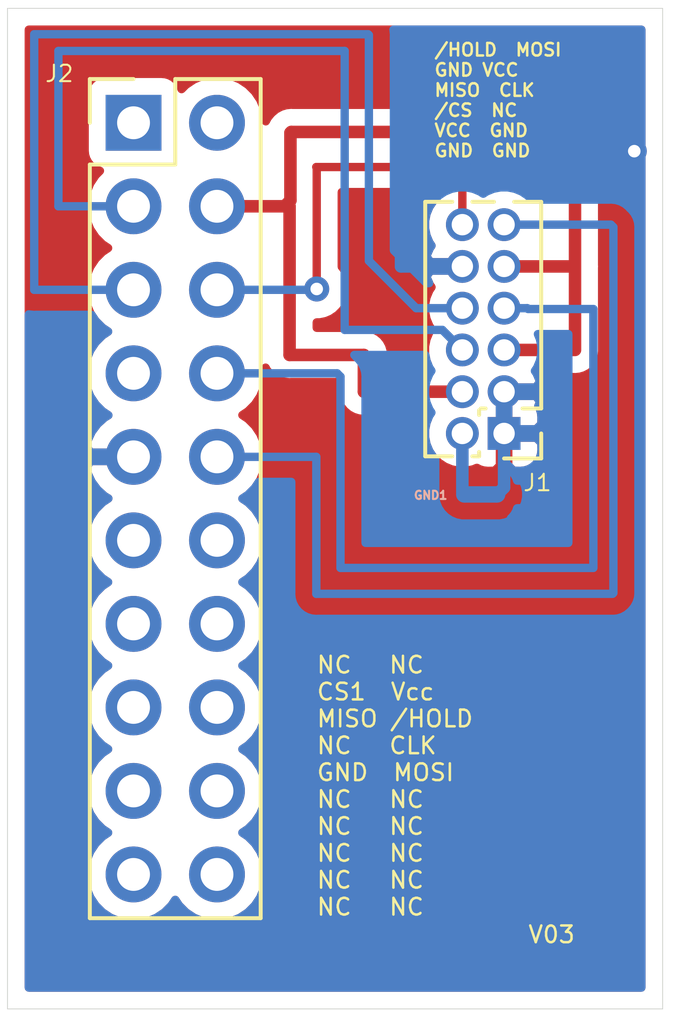
<source format=kicad_pcb>
(kicad_pcb (version 20171130) (host pcbnew 5.1.5+dfsg1-2build2)

  (general
    (thickness 1.6)
    (drawings 7)
    (tracks 59)
    (zones 0)
    (modules 3)
    (nets 22)
  )

  (page A4)
  (title_block
    (title Dediprog_2_UP)
    (date 2020-08-23)
    (rev v01)
    (comment 2 creativecommons.org/licenses/by/4.0)
    (comment 3 "License: CC BY 4.0")
    (comment 4 "Author: David Hendricks")
  )

  (layers
    (0 F.Cu signal)
    (31 B.Cu signal)
    (32 B.Adhes user)
    (33 F.Adhes user)
    (34 B.Paste user)
    (35 F.Paste user)
    (36 B.SilkS user)
    (37 F.SilkS user)
    (38 B.Mask user)
    (39 F.Mask user)
    (40 Dwgs.User user)
    (41 Cmts.User user)
    (42 Eco1.User user)
    (43 Eco2.User user)
    (44 Edge.Cuts user)
    (45 Margin user)
    (46 B.CrtYd user)
    (47 F.CrtYd user)
    (48 B.Fab user)
    (49 F.Fab user)
  )

  (setup
    (last_trace_width 0.254)
    (user_trace_width 0.1524)
    (user_trace_width 0.381)
    (trace_clearance 0.254)
    (zone_clearance 0.508)
    (zone_45_only no)
    (trace_min 0.1524)
    (via_size 0.762)
    (via_drill 0.381)
    (via_min_size 0.508)
    (via_min_drill 0.254)
    (uvia_size 0.508)
    (uvia_drill 0.254)
    (uvias_allowed no)
    (uvia_min_size 0.508)
    (uvia_min_drill 0.254)
    (edge_width 0.05)
    (segment_width 0.2)
    (pcb_text_width 0.3)
    (pcb_text_size 1.5 1.5)
    (mod_edge_width 0.12)
    (mod_text_size 1 1)
    (mod_text_width 0.15)
    (pad_size 1.524 1.524)
    (pad_drill 0.762)
    (pad_to_mask_clearance 0.0508)
    (solder_mask_min_width 0.1016)
    (aux_axis_origin 0 0)
    (visible_elements FFFFFF7F)
    (pcbplotparams
      (layerselection 0x010fc_ffffffff)
      (usegerberextensions true)
      (usegerberattributes false)
      (usegerberadvancedattributes false)
      (creategerberjobfile false)
      (excludeedgelayer true)
      (linewidth 0.100000)
      (plotframeref false)
      (viasonmask false)
      (mode 1)
      (useauxorigin false)
      (hpglpennumber 1)
      (hpglpenspeed 20)
      (hpglpendiameter 15.000000)
      (psnegative false)
      (psa4output false)
      (plotreference true)
      (plotvalue false)
      (plotinvisibletext false)
      (padsonsilk false)
      (subtractmaskfromsilk false)
      (outputformat 1)
      (mirror false)
      (drillshape 0)
      (scaleselection 1)
      (outputdirectory "/home/sc/src/up_dediprog_adapter/dediprog2up_v2/gerbers/"))
  )

  (net 0 "")
  (net 1 GND)
  (net 2 /CLK)
  (net 3 /MISO)
  (net 4 /MOSI)
  (net 5 "Net-(GND1-Pad1)")
  (net 6 "Net-(J2-Pad1)")
  (net 7 "Net-(J2-Pad2)")
  (net 8 "Net-(J2-Pad11)")
  (net 9 "Net-(J2-Pad12)")
  (net 10 "Net-(J2-Pad13)")
  (net 11 "Net-(J2-Pad14)")
  (net 12 "Net-(J2-Pad15)")
  (net 13 "Net-(J2-Pad16)")
  (net 14 "Net-(J2-Pad17)")
  (net 15 "Net-(J2-Pad18)")
  (net 16 "Net-(J2-Pad19)")
  (net 17 "Net-(J2-Pad20)")
  (net 18 /VCC)
  (net 19 /#HOLD)
  (net 20 "Net-(J2-Pad7)")
  (net 21 /CS#)

  (net_class Default "This is the default net class."
    (clearance 0.254)
    (trace_width 0.254)
    (via_dia 0.762)
    (via_drill 0.381)
    (uvia_dia 0.508)
    (uvia_drill 0.254)
    (add_net /#HOLD)
    (add_net /CLK)
    (add_net /CS#)
    (add_net /MISO)
    (add_net /MOSI)
    (add_net /VCC)
    (add_net GND)
    (add_net "Net-(GND1-Pad1)")
    (add_net "Net-(J2-Pad1)")
    (add_net "Net-(J2-Pad11)")
    (add_net "Net-(J2-Pad12)")
    (add_net "Net-(J2-Pad13)")
    (add_net "Net-(J2-Pad14)")
    (add_net "Net-(J2-Pad15)")
    (add_net "Net-(J2-Pad16)")
    (add_net "Net-(J2-Pad17)")
    (add_net "Net-(J2-Pad18)")
    (add_net "Net-(J2-Pad19)")
    (add_net "Net-(J2-Pad2)")
    (add_net "Net-(J2-Pad20)")
    (add_net "Net-(J2-Pad7)")
  )

  (net_class Narrow ""
    (clearance 0.254)
    (trace_width 0.1524)
    (via_dia 0.762)
    (via_drill 0.381)
    (uvia_dia 0.508)
    (uvia_drill 0.254)
  )

  (module Connector_PinHeader_2.54mm:PinHeader_2x10_P2.54mm_Vertical (layer F.Cu) (tedit 59FED5CC) (tstamp 5F42DEE0)
    (at 134.62 88.5444)
    (descr "Through hole straight pin header, 2x10, 2.54mm pitch, double rows")
    (tags "Through hole pin header THT 2x10 2.54mm double row")
    (path /5F3E2349)
    (fp_text reference J2 (at -2.256801 -1.494801) (layer F.SilkS)
      (effects (font (size 0.5 0.5) (thickness 0.0625)))
    )
    (fp_text value Conn_02x10_Odd_Even (at 1.27 25.19) (layer F.Fab)
      (effects (font (size 0.5 0.5) (thickness 0.05)))
    )
    (fp_line (start 0 -1.27) (end 3.81 -1.27) (layer F.Fab) (width 0.1))
    (fp_line (start 3.81 -1.27) (end 3.81 24.13) (layer F.Fab) (width 0.1))
    (fp_line (start 3.81 24.13) (end -1.27 24.13) (layer F.Fab) (width 0.1))
    (fp_line (start -1.27 24.13) (end -1.27 0) (layer F.Fab) (width 0.1))
    (fp_line (start -1.27 0) (end 0 -1.27) (layer F.Fab) (width 0.1))
    (fp_line (start -1.33 24.19) (end 3.87 24.19) (layer F.SilkS) (width 0.12))
    (fp_line (start -1.33 1.27) (end -1.33 24.19) (layer F.SilkS) (width 0.12))
    (fp_line (start 3.87 -1.33) (end 3.87 24.19) (layer F.SilkS) (width 0.12))
    (fp_line (start -1.33 1.27) (end 1.27 1.27) (layer F.SilkS) (width 0.12))
    (fp_line (start 1.27 1.27) (end 1.27 -1.33) (layer F.SilkS) (width 0.12))
    (fp_line (start 1.27 -1.33) (end 3.87 -1.33) (layer F.SilkS) (width 0.12))
    (fp_line (start -1.33 0) (end -1.33 -1.33) (layer F.SilkS) (width 0.12))
    (fp_line (start -1.33 -1.33) (end 0 -1.33) (layer F.SilkS) (width 0.12))
    (fp_line (start -1.8 -1.8) (end -1.8 24.65) (layer F.CrtYd) (width 0.05))
    (fp_line (start -1.8 24.65) (end 4.35 24.65) (layer F.CrtYd) (width 0.05))
    (fp_line (start 4.35 24.65) (end 4.35 -1.8) (layer F.CrtYd) (width 0.05))
    (fp_line (start 4.35 -1.8) (end -1.8 -1.8) (layer F.CrtYd) (width 0.05))
    (pad 1 thru_hole rect (at 0 0) (size 1.7 1.7) (drill 1) (layers *.Cu *.Mask)
      (net 6 "Net-(J2-Pad1)"))
    (pad 2 thru_hole oval (at 2.54 0) (size 1.7 1.7) (drill 1) (layers *.Cu *.Mask)
      (net 7 "Net-(J2-Pad2)"))
    (pad 3 thru_hole oval (at 0 2.54) (size 1.7 1.7) (drill 1) (layers *.Cu *.Mask)
      (net 21 /CS#))
    (pad 4 thru_hole oval (at 2.54 2.54) (size 1.7 1.7) (drill 1) (layers *.Cu *.Mask)
      (net 18 /VCC))
    (pad 5 thru_hole oval (at 0 5.08) (size 1.7 1.7) (drill 1) (layers *.Cu *.Mask)
      (net 3 /MISO))
    (pad 6 thru_hole oval (at 2.54 5.08) (size 1.7 1.7) (drill 1) (layers *.Cu *.Mask)
      (net 19 /#HOLD))
    (pad 7 thru_hole oval (at 0 7.62) (size 1.7 1.7) (drill 1) (layers *.Cu *.Mask)
      (net 20 "Net-(J2-Pad7)"))
    (pad 8 thru_hole oval (at 2.54 7.62) (size 1.7 1.7) (drill 1) (layers *.Cu *.Mask)
      (net 2 /CLK))
    (pad 9 thru_hole oval (at 0 10.16) (size 1.7 1.7) (drill 1) (layers *.Cu *.Mask)
      (net 1 GND))
    (pad 10 thru_hole oval (at 2.54 10.16) (size 1.7 1.7) (drill 1) (layers *.Cu *.Mask)
      (net 4 /MOSI))
    (pad 11 thru_hole oval (at 0 12.7) (size 1.7 1.7) (drill 1) (layers *.Cu *.Mask)
      (net 8 "Net-(J2-Pad11)"))
    (pad 12 thru_hole oval (at 2.54 12.7) (size 1.7 1.7) (drill 1) (layers *.Cu *.Mask)
      (net 9 "Net-(J2-Pad12)"))
    (pad 13 thru_hole oval (at 0 15.24) (size 1.7 1.7) (drill 1) (layers *.Cu *.Mask)
      (net 10 "Net-(J2-Pad13)"))
    (pad 14 thru_hole oval (at 2.54 15.24) (size 1.7 1.7) (drill 1) (layers *.Cu *.Mask)
      (net 11 "Net-(J2-Pad14)"))
    (pad 15 thru_hole oval (at 0 17.78) (size 1.7 1.7) (drill 1) (layers *.Cu *.Mask)
      (net 12 "Net-(J2-Pad15)"))
    (pad 16 thru_hole oval (at 2.54 17.78) (size 1.7 1.7) (drill 1) (layers *.Cu *.Mask)
      (net 13 "Net-(J2-Pad16)"))
    (pad 17 thru_hole oval (at 0 20.32) (size 1.7 1.7) (drill 1) (layers *.Cu *.Mask)
      (net 14 "Net-(J2-Pad17)"))
    (pad 18 thru_hole oval (at 2.54 20.32) (size 1.7 1.7) (drill 1) (layers *.Cu *.Mask)
      (net 15 "Net-(J2-Pad18)"))
    (pad 19 thru_hole oval (at 0 22.86) (size 1.7 1.7) (drill 1) (layers *.Cu *.Mask)
      (net 16 "Net-(J2-Pad19)"))
    (pad 20 thru_hole oval (at 2.54 22.86) (size 1.7 1.7) (drill 1) (layers *.Cu *.Mask)
      (net 17 "Net-(J2-Pad20)"))
    (model ${KISYS3DMOD}/Connector_PinHeader_2.54mm.3dshapes/PinHeader_2x10_P2.54mm_Vertical.wrl
      (at (xyz 0 0 0))
      (scale (xyz 1 1 1))
      (rotate (xyz 0 0 0))
    )
  )

  (module Connector_PinHeader_1.27mm:PinHeader_2x06_P1.27mm_Vertical (layer F.Cu) (tedit 59FED6E3) (tstamp 5F42DEB6)
    (at 145.8976 97.9932 180)
    (descr "Through hole straight pin header, 2x06, 1.27mm pitch, double rows")
    (tags "Through hole pin header THT 2x06 1.27mm double row")
    (path /5F3E16BB)
    (fp_text reference J1 (at -1.016 -1.4986) (layer F.SilkS)
      (effects (font (size 0.5 0.5) (thickness 0.0625)))
    )
    (fp_text value Conn_02x6_Odd_Even (at 0.635 8.045) (layer F.Fab)
      (effects (font (size 0.25 0.25) (thickness 0.05)))
    )
    (fp_line (start -0.2175 -0.635) (end 2.34 -0.635) (layer F.Fab) (width 0.1))
    (fp_line (start 2.34 -0.635) (end 2.34 6.985) (layer F.Fab) (width 0.1))
    (fp_line (start 2.34 6.985) (end -1.07 6.985) (layer F.Fab) (width 0.1))
    (fp_line (start -1.07 6.985) (end -1.07 0.2175) (layer F.Fab) (width 0.1))
    (fp_line (start -1.07 0.2175) (end -0.2175 -0.635) (layer F.Fab) (width 0.1))
    (fp_line (start -1.13 7.045) (end -0.30753 7.045) (layer F.SilkS) (width 0.12))
    (fp_line (start 1.57753 7.045) (end 2.4 7.045) (layer F.SilkS) (width 0.12))
    (fp_line (start 0.30753 7.045) (end 0.96247 7.045) (layer F.SilkS) (width 0.12))
    (fp_line (start -1.13 0.76) (end -1.13 7.045) (layer F.SilkS) (width 0.12))
    (fp_line (start 2.4 -0.695) (end 2.4 7.045) (layer F.SilkS) (width 0.12))
    (fp_line (start -1.13 0.76) (end -0.563471 0.76) (layer F.SilkS) (width 0.12))
    (fp_line (start 0.563471 0.76) (end 0.706529 0.76) (layer F.SilkS) (width 0.12))
    (fp_line (start 0.76 0.706529) (end 0.76 0.563471) (layer F.SilkS) (width 0.12))
    (fp_line (start 0.76 -0.563471) (end 0.76 -0.695) (layer F.SilkS) (width 0.12))
    (fp_line (start 0.76 -0.695) (end 0.96247 -0.695) (layer F.SilkS) (width 0.12))
    (fp_line (start 1.57753 -0.695) (end 2.4 -0.695) (layer F.SilkS) (width 0.12))
    (fp_line (start -1.13 0) (end -1.13 -0.76) (layer F.SilkS) (width 0.12))
    (fp_line (start -1.13 -0.76) (end 0 -0.76) (layer F.SilkS) (width 0.12))
    (fp_line (start -1.6 -1.15) (end -1.6 7.5) (layer F.CrtYd) (width 0.05))
    (fp_line (start -1.6 7.5) (end 2.85 7.5) (layer F.CrtYd) (width 0.05))
    (fp_line (start 2.85 7.5) (end 2.85 -1.15) (layer F.CrtYd) (width 0.05))
    (fp_line (start 2.85 -1.15) (end -1.6 -1.15) (layer F.CrtYd) (width 0.05))
    (fp_text user %R (at 0.635 3.175 90) (layer F.Fab)
      (effects (font (size 1 1) (thickness 0.15)))
    )
    (pad 1 thru_hole rect (at 0 0 180) (size 1 1) (drill 0.65) (layers *.Cu *.Mask)
      (net 1 GND))
    (pad 2 thru_hole oval (at 1.27 0 180) (size 1 1) (drill 0.65) (layers *.Cu *.Mask)
      (net 5 "Net-(GND1-Pad1)"))
    (pad 3 thru_hole oval (at 0 1.27 180) (size 1 1) (drill 0.65) (layers *.Cu *.Mask)
      (net 1 GND))
    (pad 4 thru_hole oval (at 1.27 1.27 180) (size 1 1) (drill 0.65) (layers *.Cu *.Mask)
      (net 18 /VCC))
    (pad 5 thru_hole oval (at 0 2.54 180) (size 1 1) (drill 0.65) (layers *.Cu *.Mask)
      (net 18 /VCC))
    (pad 6 thru_hole oval (at 1.27 2.54 180) (size 1 1) (drill 0.65) (layers *.Cu *.Mask)
      (net 21 /CS#))
    (pad 7 thru_hole oval (at 0 3.81 180) (size 1 1) (drill 0.65) (layers *.Cu *.Mask)
      (net 2 /CLK))
    (pad 8 thru_hole oval (at 1.27 3.81 180) (size 1 1) (drill 0.65) (layers *.Cu *.Mask)
      (net 3 /MISO))
    (pad 9 thru_hole oval (at 0 5.08 180) (size 1 1) (drill 0.65) (layers *.Cu *.Mask)
      (net 18 /VCC))
    (pad 10 thru_hole oval (at 1.27 5.08 180) (size 1 1) (drill 0.65) (layers *.Cu *.Mask)
      (net 1 GND))
    (pad 11 thru_hole oval (at 0 6.35 180) (size 1 1) (drill 0.65) (layers *.Cu *.Mask)
      (net 4 /MOSI))
    (pad 12 thru_hole oval (at 1.27 6.35 180) (size 1 1) (drill 0.65) (layers *.Cu *.Mask)
      (net 19 /#HOLD))
    (model ${KISYS3DMOD}/Connector_PinHeader_1.27mm.3dshapes/PinHeader_2x06_P1.27mm_Vertical.wrl
      (at (xyz 0 0 0))
      (scale (xyz 1 1 1))
      (rotate (xyz 0 0 0))
    )
  )

  (module NetTie:NetTie-2_SMD_Pad0.5mm (layer B.Cu) (tedit 5A1CF6D3) (tstamp 5F4C7A26)
    (at 145.1864 99.8474)
    (descr "Net tie, 2 pin, 0.5mm square SMD pads")
    (tags "net tie")
    (path /5F50BA9D)
    (attr virtual)
    (fp_text reference GND1 (at -1.524 0.0254) (layer B.SilkS)
      (effects (font (size 0.25 0.25) (thickness 0.0625)))
    )
    (fp_text value Net-Tie_2 (at 0.0254 0.762) (layer B.Fab)
      (effects (font (size 0.25 0.25) (thickness 0.05)) (justify mirror))
    )
    (fp_poly (pts (xy -0.5 0.25) (xy 0.5 0.25) (xy 0.5 -0.25) (xy -0.5 -0.25)) (layer B.Cu) (width 0))
    (fp_line (start 1 0.5) (end -1 0.5) (layer B.CrtYd) (width 0.05))
    (fp_line (start 1 -0.5) (end 1 0.5) (layer B.CrtYd) (width 0.05))
    (fp_line (start -1 -0.5) (end 1 -0.5) (layer B.CrtYd) (width 0.05))
    (fp_line (start -1 0.5) (end -1 -0.5) (layer B.CrtYd) (width 0.05))
    (pad 1 smd circle (at -0.5 0) (size 0.5 0.5) (layers B.Cu)
      (net 5 "Net-(GND1-Pad1)"))
    (pad 2 smd circle (at 0.5 0) (size 0.5 0.5) (layers B.Cu)
      (net 1 GND))
  )

  (gr_text V03 (at 147.3454 113.2332) (layer F.SilkS)
    (effects (font (size 0.508 0.508) (thickness 0.0762)))
  )
  (gr_text "NC   NC\nCS1  Vcc\nMISO /HOLD\nNC   CLK\nGND  MOSI\nNC   NC\nNC   NC\nNC   NC\nNC   NC\nNC   NC" (at 140.1572 108.712) (layer F.SilkS)
    (effects (font (size 0.508 0.508) (thickness 0.0762)) (justify left))
  )
  (gr_text "/HOLD  MOSI\nGND VCC\nMISO  CLK\n/CS  NC\nVCC  GND\nGND  GND\n" (at 143.7386 87.8586) (layer F.SilkS)
    (effects (font (size 0.381 0.381) (thickness 0.0762)) (justify left))
  )
  (gr_line (start 130.7846 115.4938) (end 130.7846 85.0646) (layer Edge.Cuts) (width 0.0254))
  (gr_line (start 150.7236 115.4938) (end 130.7846 115.4938) (layer Edge.Cuts) (width 0.0254))
  (gr_line (start 150.7236 85.0646) (end 150.7236 115.4938) (layer Edge.Cuts) (width 0.0254))
  (gr_line (start 130.7846 85.0646) (end 150.7236 85.0646) (layer Edge.Cuts) (width 0.0254))

  (segment (start 145.8976 99.6362) (end 145.6864 99.8474) (width 0.381) (layer B.Cu) (net 1))
  (segment (start 145.8976 97.9932) (end 145.8976 99.6362) (width 0.381) (layer B.Cu) (net 1))
  (segment (start 144.6276 92.9132) (end 142.76071 92.9132) (width 0.381) (layer B.Cu) (net 1))
  (segment (start 142.76071 92.9132) (end 142.76071 89.42069) (width 0.381) (layer B.Cu) (net 1))
  (via (at 149.86 89.408) (size 0.762) (drill 0.381) (layers F.Cu B.Cu) (net 1))
  (segment (start 149.86 97.9424) (end 149.86 89.408) (width 0.381) (layer F.Cu) (net 1))
  (segment (start 149.86 89.408) (end 142.8242 89.408) (width 0.381) (layer B.Cu) (net 1))
  (segment (start 149.8092 97.9932) (end 145.8976 97.9932) (width 0.381) (layer F.Cu) (net 1))
  (segment (start 149.86 97.9424) (end 149.8092 97.9932) (width 0.381) (layer F.Cu) (net 1))
  (segment (start 146.604706 94.1832) (end 146.630106 94.2086) (width 0.254) (layer B.Cu) (net 2))
  (segment (start 145.8976 94.1832) (end 146.604706 94.1832) (width 0.254) (layer B.Cu) (net 2))
  (segment (start 146.630106 94.2086) (end 148.6154 94.2086) (width 0.254) (layer B.Cu) (net 2))
  (segment (start 148.6154 94.2086) (end 148.6154 102.0572) (width 0.254) (layer B.Cu) (net 2))
  (segment (start 148.6154 102.0826) (end 141.6558 102.0826) (width 0.254) (layer B.Cu) (net 2))
  (segment (start 140.9192 102.0826) (end 140.9192 96.266) (width 0.254) (layer B.Cu) (net 2))
  (segment (start 140.8176 96.1644) (end 137.16 96.1644) (width 0.254) (layer B.Cu) (net 2))
  (segment (start 140.9192 96.266) (end 140.8176 96.1644) (width 0.254) (layer B.Cu) (net 2))
  (segment (start 140.9192 102.0826) (end 141.6304 102.0826) (width 0.254) (layer B.Cu) (net 2))
  (segment (start 131.5974 93.6244) (end 134.62 93.6244) (width 0.254) (layer B.Cu) (net 3))
  (segment (start 131.5974 85.852) (end 131.5974 93.6244) (width 0.254) (layer B.Cu) (net 3))
  (segment (start 143.222473 94.1832) (end 141.7828 92.743527) (width 0.254) (layer B.Cu) (net 3))
  (segment (start 144.6276 94.1832) (end 143.222473 94.1832) (width 0.254) (layer B.Cu) (net 3))
  (segment (start 141.7828 92.743527) (end 141.7828 85.8774) (width 0.254) (layer B.Cu) (net 3))
  (segment (start 141.7574 85.852) (end 141.7828 85.8774) (width 0.254) (layer B.Cu) (net 3))
  (segment (start 131.5974 85.852) (end 141.7574 85.852) (width 0.254) (layer B.Cu) (net 3))
  (segment (start 140.1826 98.7044) (end 137.16 98.7044) (width 0.254) (layer B.Cu) (net 4))
  (segment (start 140.1826 102.87) (end 140.1826 98.7044) (width 0.254) (layer B.Cu) (net 4))
  (segment (start 149.1996 102.87) (end 140.8938 102.87) (width 0.254) (layer B.Cu) (net 4))
  (segment (start 149.225 91.7194) (end 149.225 102.8446) (width 0.254) (layer B.Cu) (net 4))
  (segment (start 149.1488 91.6432) (end 149.225 91.7194) (width 0.254) (layer B.Cu) (net 4))
  (segment (start 145.8976 91.6432) (end 149.1488 91.6432) (width 0.254) (layer B.Cu) (net 4))
  (segment (start 140.1826 102.87) (end 140.8938 102.87) (width 0.254) (layer B.Cu) (net 4))
  (segment (start 144.6276 97.9932) (end 144.6276 99.7886) (width 0.381) (layer B.Cu) (net 5))
  (segment (start 145.8976 95.4532) (end 148.0058 95.4532) (width 0.381) (layer F.Cu) (net 18))
  (segment (start 148.0566 92.9132) (end 148.0566 95.4532) (width 0.381) (layer F.Cu) (net 18))
  (segment (start 145.8976 92.9132) (end 148.0566 92.9132) (width 0.381) (layer F.Cu) (net 18))
  (segment (start 141.6304 96.7232) (end 144.6276 96.7232) (width 0.381) (layer F.Cu) (net 18))
  (segment (start 141.6304 95.6056) (end 141.6304 96.7232) (width 0.381) (layer F.Cu) (net 18))
  (segment (start 139.3698 95.6056) (end 141.6304 95.6056) (width 0.381) (layer F.Cu) (net 18))
  (segment (start 139.3698 91.0844) (end 139.3698 95.6056) (width 0.381) (layer F.Cu) (net 18))
  (segment (start 139.4206 88.8238) (end 148.0566 88.8238) (width 0.381) (layer F.Cu) (net 18))
  (segment (start 139.3952 88.8492) (end 139.4206 88.8238) (width 0.381) (layer F.Cu) (net 18))
  (segment (start 139.3952 90.9066) (end 139.3952 88.8492) (width 0.381) (layer F.Cu) (net 18))
  (segment (start 148.0566 88.8238) (end 148.0566 92.9132) (width 0.381) (layer F.Cu) (net 18))
  (segment (start 139.2174 91.0844) (end 139.3952 90.9066) (width 0.381) (layer F.Cu) (net 18))
  (segment (start 137.16 91.0844) (end 139.2174 91.0844) (width 0.381) (layer F.Cu) (net 18))
  (segment (start 144.6276 89.8906) (end 144.6276 91.6432) (width 0.254) (layer F.Cu) (net 19))
  (via (at 140.1953 93.599) (size 0.762) (drill 0.381) (layers F.Cu B.Cu) (net 19))
  (segment (start 140.1699 93.6244) (end 140.1953 93.599) (width 0.254) (layer B.Cu) (net 19))
  (segment (start 137.16 93.6244) (end 140.1699 93.6244) (width 0.254) (layer B.Cu) (net 19))
  (segment (start 144.6276 89.8906) (end 140.1826 89.8906) (width 0.254) (layer F.Cu) (net 19))
  (segment (start 140.1953 89.9033) (end 140.1953 93.599) (width 0.254) (layer F.Cu) (net 19))
  (segment (start 140.1826 89.8906) (end 140.1953 89.9033) (width 0.254) (layer F.Cu) (net 19))
  (segment (start 144.018 94.8436) (end 144.6276 95.4532) (width 0.254) (layer B.Cu) (net 21))
  (segment (start 141.0462 94.8436) (end 144.018 94.8436) (width 0.254) (layer B.Cu) (net 21))
  (segment (start 141.0462 86.36) (end 141.0462 94.8436) (width 0.254) (layer B.Cu) (net 21))
  (segment (start 132.334 86.36) (end 141.0462 86.36) (width 0.254) (layer B.Cu) (net 21))
  (segment (start 132.334 91.0844) (end 132.334 86.36) (width 0.254) (layer B.Cu) (net 21))
  (segment (start 134.62 91.0844) (end 132.334 91.0844) (width 0.254) (layer B.Cu) (net 21))

  (zone (net 1) (net_name GND) (layer F.Cu) (tstamp 5F507339) (hatch edge 0.508)
    (connect_pads (clearance 0.508))
    (min_thickness 0.254)
    (fill yes (arc_segments 32) (thermal_gap 0.508) (thermal_bridge_width 0.508))
    (polygon
      (pts
        (xy 150.8887 115.9637) (xy 130.556 115.824) (xy 130.556 84.836) (xy 150.8633 84.9503)
      )
    )
    (filled_polygon
      (pts
        (xy 150.075901 114.8461) (xy 131.4323 114.8461) (xy 131.4323 87.6944) (xy 133.131928 87.6944) (xy 133.131928 89.3944)
        (xy 133.144188 89.518882) (xy 133.180498 89.63858) (xy 133.239463 89.748894) (xy 133.318815 89.845585) (xy 133.415506 89.924937)
        (xy 133.52582 89.983902) (xy 133.59838 90.005913) (xy 133.466525 90.137768) (xy 133.30401 90.380989) (xy 133.192068 90.651242)
        (xy 133.135 90.93814) (xy 133.135 91.23066) (xy 133.192068 91.517558) (xy 133.30401 91.787811) (xy 133.466525 92.031032)
        (xy 133.673368 92.237875) (xy 133.84776 92.3544) (xy 133.673368 92.470925) (xy 133.466525 92.677768) (xy 133.30401 92.920989)
        (xy 133.192068 93.191242) (xy 133.135 93.47814) (xy 133.135 93.77066) (xy 133.192068 94.057558) (xy 133.30401 94.327811)
        (xy 133.466525 94.571032) (xy 133.673368 94.777875) (xy 133.84776 94.8944) (xy 133.673368 95.010925) (xy 133.466525 95.217768)
        (xy 133.30401 95.460989) (xy 133.192068 95.731242) (xy 133.135 96.01814) (xy 133.135 96.31066) (xy 133.192068 96.597558)
        (xy 133.30401 96.867811) (xy 133.466525 97.111032) (xy 133.673368 97.317875) (xy 133.855534 97.439595) (xy 133.738645 97.509222)
        (xy 133.522412 97.704131) (xy 133.348359 97.93748) (xy 133.223175 98.200301) (xy 133.178524 98.34751) (xy 133.299845 98.5774)
        (xy 134.493 98.5774) (xy 134.493 98.5574) (xy 134.747 98.5574) (xy 134.747 98.5774) (xy 134.767 98.5774)
        (xy 134.767 98.8314) (xy 134.747 98.8314) (xy 134.747 98.8514) (xy 134.493 98.8514) (xy 134.493 98.8314)
        (xy 133.299845 98.8314) (xy 133.178524 99.06129) (xy 133.223175 99.208499) (xy 133.348359 99.47132) (xy 133.522412 99.704669)
        (xy 133.738645 99.899578) (xy 133.855534 99.969205) (xy 133.673368 100.090925) (xy 133.466525 100.297768) (xy 133.30401 100.540989)
        (xy 133.192068 100.811242) (xy 133.135 101.09814) (xy 133.135 101.39066) (xy 133.192068 101.677558) (xy 133.30401 101.947811)
        (xy 133.466525 102.191032) (xy 133.673368 102.397875) (xy 133.84776 102.5144) (xy 133.673368 102.630925) (xy 133.466525 102.837768)
        (xy 133.30401 103.080989) (xy 133.192068 103.351242) (xy 133.135 103.63814) (xy 133.135 103.93066) (xy 133.192068 104.217558)
        (xy 133.30401 104.487811) (xy 133.466525 104.731032) (xy 133.673368 104.937875) (xy 133.84776 105.0544) (xy 133.673368 105.170925)
        (xy 133.466525 105.377768) (xy 133.30401 105.620989) (xy 133.192068 105.891242) (xy 133.135 106.17814) (xy 133.135 106.47066)
        (xy 133.192068 106.757558) (xy 133.30401 107.027811) (xy 133.466525 107.271032) (xy 133.673368 107.477875) (xy 133.84776 107.5944)
        (xy 133.673368 107.710925) (xy 133.466525 107.917768) (xy 133.30401 108.160989) (xy 133.192068 108.431242) (xy 133.135 108.71814)
        (xy 133.135 109.01066) (xy 133.192068 109.297558) (xy 133.30401 109.567811) (xy 133.466525 109.811032) (xy 133.673368 110.017875)
        (xy 133.84776 110.1344) (xy 133.673368 110.250925) (xy 133.466525 110.457768) (xy 133.30401 110.700989) (xy 133.192068 110.971242)
        (xy 133.135 111.25814) (xy 133.135 111.55066) (xy 133.192068 111.837558) (xy 133.30401 112.107811) (xy 133.466525 112.351032)
        (xy 133.673368 112.557875) (xy 133.916589 112.72039) (xy 134.186842 112.832332) (xy 134.47374 112.8894) (xy 134.76626 112.8894)
        (xy 135.053158 112.832332) (xy 135.323411 112.72039) (xy 135.566632 112.557875) (xy 135.773475 112.351032) (xy 135.89 112.17664)
        (xy 136.006525 112.351032) (xy 136.213368 112.557875) (xy 136.456589 112.72039) (xy 136.726842 112.832332) (xy 137.01374 112.8894)
        (xy 137.30626 112.8894) (xy 137.593158 112.832332) (xy 137.863411 112.72039) (xy 138.106632 112.557875) (xy 138.313475 112.351032)
        (xy 138.47599 112.107811) (xy 138.587932 111.837558) (xy 138.645 111.55066) (xy 138.645 111.25814) (xy 138.587932 110.971242)
        (xy 138.47599 110.700989) (xy 138.313475 110.457768) (xy 138.106632 110.250925) (xy 137.93224 110.1344) (xy 138.106632 110.017875)
        (xy 138.313475 109.811032) (xy 138.47599 109.567811) (xy 138.587932 109.297558) (xy 138.645 109.01066) (xy 138.645 108.71814)
        (xy 138.587932 108.431242) (xy 138.47599 108.160989) (xy 138.313475 107.917768) (xy 138.106632 107.710925) (xy 137.93224 107.5944)
        (xy 138.106632 107.477875) (xy 138.313475 107.271032) (xy 138.47599 107.027811) (xy 138.587932 106.757558) (xy 138.645 106.47066)
        (xy 138.645 106.17814) (xy 138.587932 105.891242) (xy 138.47599 105.620989) (xy 138.313475 105.377768) (xy 138.106632 105.170925)
        (xy 137.93224 105.0544) (xy 138.106632 104.937875) (xy 138.313475 104.731032) (xy 138.47599 104.487811) (xy 138.587932 104.217558)
        (xy 138.645 103.93066) (xy 138.645 103.63814) (xy 138.587932 103.351242) (xy 138.47599 103.080989) (xy 138.313475 102.837768)
        (xy 138.106632 102.630925) (xy 137.93224 102.5144) (xy 138.106632 102.397875) (xy 138.313475 102.191032) (xy 138.47599 101.947811)
        (xy 138.587932 101.677558) (xy 138.645 101.39066) (xy 138.645 101.09814) (xy 138.587932 100.811242) (xy 138.47599 100.540989)
        (xy 138.313475 100.297768) (xy 138.106632 100.090925) (xy 137.93224 99.9744) (xy 138.106632 99.857875) (xy 138.313475 99.651032)
        (xy 138.47599 99.407811) (xy 138.587932 99.137558) (xy 138.645 98.85066) (xy 138.645 98.55814) (xy 138.587932 98.271242)
        (xy 138.47599 98.000989) (xy 138.313475 97.757768) (xy 138.106632 97.550925) (xy 137.93224 97.4344) (xy 138.106632 97.317875)
        (xy 138.313475 97.111032) (xy 138.47599 96.867811) (xy 138.587932 96.597558) (xy 138.645 96.31066) (xy 138.645 96.01814)
        (xy 138.639498 95.99048) (xy 138.680101 96.066442) (xy 138.783259 96.192141) (xy 138.908958 96.295299) (xy 139.052366 96.371953)
        (xy 139.207974 96.419156) (xy 139.329247 96.4311) (xy 139.3698 96.435094) (xy 139.410353 96.4311) (xy 140.804901 96.4311)
        (xy 140.804901 96.682638) (xy 140.800906 96.7232) (xy 140.816844 96.885026) (xy 140.864047 97.040634) (xy 140.940701 97.184042)
        (xy 141.043859 97.309741) (xy 141.169558 97.412899) (xy 141.312966 97.489553) (xy 141.468574 97.536756) (xy 141.589847 97.5487)
        (xy 141.6304 97.552694) (xy 141.670953 97.5487) (xy 143.583203 97.5487) (xy 143.536217 97.662133) (xy 143.4926 97.881412)
        (xy 143.4926 98.104988) (xy 143.536217 98.324267) (xy 143.621776 98.530824) (xy 143.745988 98.71672) (xy 143.90408 98.874812)
        (xy 144.089976 98.999024) (xy 144.296533 99.084583) (xy 144.515812 99.1282) (xy 144.739388 99.1282) (xy 144.958667 99.084583)
        (xy 145.070374 99.038312) (xy 145.15342 99.082702) (xy 145.273118 99.119012) (xy 145.3976 99.131272) (xy 145.61185 99.1282)
        (xy 145.7706 98.96945) (xy 145.7706 98.1202) (xy 146.0246 98.1202) (xy 146.0246 98.96945) (xy 146.18335 99.1282)
        (xy 146.3976 99.131272) (xy 146.522082 99.119012) (xy 146.64178 99.082702) (xy 146.752094 99.023737) (xy 146.848785 98.944385)
        (xy 146.928137 98.847694) (xy 146.987102 98.73738) (xy 147.023412 98.617682) (xy 147.035672 98.4932) (xy 147.0326 98.27895)
        (xy 146.87385 98.1202) (xy 146.0246 98.1202) (xy 145.7706 98.1202) (xy 145.759574 98.1202) (xy 145.7626 98.104988)
        (xy 145.7626 97.881412) (xy 145.759574 97.8662) (xy 145.7706 97.8662) (xy 145.7706 96.8502) (xy 146.0246 96.8502)
        (xy 146.0246 97.8662) (xy 146.87385 97.8662) (xy 147.0326 97.70745) (xy 147.035672 97.4932) (xy 147.023412 97.368718)
        (xy 146.987102 97.24902) (xy 146.93953 97.16002) (xy 146.975046 97.080064) (xy 146.991719 97.025074) (xy 146.865554 96.8502)
        (xy 146.0246 96.8502) (xy 145.7706 96.8502) (xy 145.759574 96.8502) (xy 145.7626 96.834988) (xy 145.7626 96.611412)
        (xy 145.759574 96.5962) (xy 145.7706 96.5962) (xy 145.7706 96.585174) (xy 145.785812 96.5882) (xy 146.009388 96.5882)
        (xy 146.0246 96.585174) (xy 146.0246 96.5962) (xy 146.865554 96.5962) (xy 146.991719 96.421326) (xy 146.975046 96.366336)
        (xy 146.936119 96.2787) (xy 148.016047 96.2787) (xy 148.0566 96.282694) (xy 148.218426 96.266756) (xy 148.374034 96.219553)
        (xy 148.517442 96.142899) (xy 148.643141 96.039741) (xy 148.746299 95.914042) (xy 148.822953 95.770634) (xy 148.870156 95.615026)
        (xy 148.8821 95.493753) (xy 148.8821 92.953753) (xy 148.886094 92.9132) (xy 148.8821 92.872647) (xy 148.8821 88.864353)
        (xy 148.886094 88.8238) (xy 148.870156 88.661974) (xy 148.822953 88.506366) (xy 148.746299 88.362958) (xy 148.643141 88.237259)
        (xy 148.517442 88.134101) (xy 148.374034 88.057447) (xy 148.218426 88.010244) (xy 148.097153 87.9983) (xy 148.0566 87.994306)
        (xy 148.016047 87.9983) (xy 139.46115 87.9983) (xy 139.420599 87.994306) (xy 139.380049 87.9983) (xy 139.380047 87.9983)
        (xy 139.258774 88.010244) (xy 139.103166 88.057447) (xy 138.959758 88.134101) (xy 138.834059 88.237259) (xy 138.822608 88.251212)
        (xy 138.80866 88.262659) (xy 138.782809 88.294159) (xy 138.705501 88.388358) (xy 138.645 88.501547) (xy 138.645 88.39814)
        (xy 138.587932 88.111242) (xy 138.47599 87.840989) (xy 138.313475 87.597768) (xy 138.106632 87.390925) (xy 137.863411 87.22841)
        (xy 137.593158 87.116468) (xy 137.30626 87.0594) (xy 137.01374 87.0594) (xy 136.726842 87.116468) (xy 136.456589 87.22841)
        (xy 136.213368 87.390925) (xy 136.081513 87.52278) (xy 136.059502 87.45022) (xy 136.000537 87.339906) (xy 135.921185 87.243215)
        (xy 135.824494 87.163863) (xy 135.71418 87.104898) (xy 135.594482 87.068588) (xy 135.47 87.056328) (xy 133.77 87.056328)
        (xy 133.645518 87.068588) (xy 133.52582 87.104898) (xy 133.415506 87.163863) (xy 133.318815 87.243215) (xy 133.239463 87.339906)
        (xy 133.180498 87.45022) (xy 133.144188 87.569918) (xy 133.131928 87.6944) (xy 131.4323 87.6944) (xy 131.4323 85.7123)
        (xy 150.0759 85.7123)
      )
    )
    (filled_polygon
      (pts
        (xy 143.865601 90.800067) (xy 143.745988 90.91968) (xy 143.621776 91.105576) (xy 143.536217 91.312133) (xy 143.4926 91.531412)
        (xy 143.4926 91.754988) (xy 143.536217 91.974267) (xy 143.621776 92.180824) (xy 143.689953 92.282858) (xy 143.640477 92.352994)
        (xy 143.550154 92.556336) (xy 143.533481 92.611326) (xy 143.659646 92.7862) (xy 144.5006 92.7862) (xy 144.5006 92.775174)
        (xy 144.515812 92.7782) (xy 144.739388 92.7782) (xy 144.7546 92.775174) (xy 144.7546 92.7862) (xy 144.765626 92.7862)
        (xy 144.7626 92.801412) (xy 144.7626 93.024988) (xy 144.765626 93.0402) (xy 144.7546 93.0402) (xy 144.7546 93.051226)
        (xy 144.739388 93.0482) (xy 144.515812 93.0482) (xy 144.5006 93.051226) (xy 144.5006 93.0402) (xy 143.659646 93.0402)
        (xy 143.533481 93.215074) (xy 143.550154 93.270064) (xy 143.640477 93.473406) (xy 143.689953 93.543542) (xy 143.621776 93.645576)
        (xy 143.536217 93.852133) (xy 143.4926 94.071412) (xy 143.4926 94.294988) (xy 143.536217 94.514267) (xy 143.621776 94.720824)
        (xy 143.686841 94.8182) (xy 143.621776 94.915576) (xy 143.536217 95.122133) (xy 143.4926 95.341412) (xy 143.4926 95.564988)
        (xy 143.536217 95.784267) (xy 143.583203 95.8977) (xy 142.4559 95.8977) (xy 142.4559 95.646153) (xy 142.459894 95.6056)
        (xy 142.443956 95.443774) (xy 142.396753 95.288166) (xy 142.320099 95.144758) (xy 142.216941 95.019059) (xy 142.091242 94.915901)
        (xy 141.947834 94.839247) (xy 141.792226 94.792044) (xy 141.670953 94.7801) (xy 141.6304 94.776106) (xy 141.589847 94.7801)
        (xy 140.1953 94.7801) (xy 140.1953 94.615) (xy 140.295367 94.615) (xy 140.491656 94.575956) (xy 140.676556 94.499368)
        (xy 140.842962 94.388179) (xy 140.984479 94.246662) (xy 141.095668 94.080256) (xy 141.172256 93.895356) (xy 141.2113 93.699067)
        (xy 141.2113 93.498933) (xy 141.172256 93.302644) (xy 141.095668 93.117744) (xy 140.984479 92.951338) (xy 140.9573 92.924159)
        (xy 140.9573 90.6526) (xy 143.8656 90.6526)
      )
    )
  )
  (zone (net 1) (net_name GND) (layer B.Cu) (tstamp 5F507336) (hatch edge 0.508)
    (connect_pads (clearance 0.508))
    (min_thickness 0.254)
    (fill yes (arc_segments 32) (thermal_gap 0.508) (thermal_bridge_width 0.508))
    (polygon
      (pts
        (xy 151.13 115.7986) (xy 130.556 115.824) (xy 130.556 84.836) (xy 151.13 84.8106)
      )
    )
    (filled_polygon
      (pts
        (xy 150.075901 114.8461) (xy 131.4323 114.8461) (xy 131.4323 94.370605) (xy 131.448022 94.375374) (xy 131.559974 94.3864)
        (xy 131.559975 94.3864) (xy 131.5974 94.390086) (xy 131.634826 94.3864) (xy 133.343158 94.3864) (xy 133.466525 94.571032)
        (xy 133.673368 94.777875) (xy 133.84776 94.8944) (xy 133.673368 95.010925) (xy 133.466525 95.217768) (xy 133.30401 95.460989)
        (xy 133.192068 95.731242) (xy 133.135 96.01814) (xy 133.135 96.31066) (xy 133.192068 96.597558) (xy 133.30401 96.867811)
        (xy 133.466525 97.111032) (xy 133.673368 97.317875) (xy 133.855534 97.439595) (xy 133.738645 97.509222) (xy 133.522412 97.704131)
        (xy 133.348359 97.93748) (xy 133.223175 98.200301) (xy 133.178524 98.34751) (xy 133.299845 98.5774) (xy 134.493 98.5774)
        (xy 134.493 98.5574) (xy 134.747 98.5574) (xy 134.747 98.5774) (xy 134.767 98.5774) (xy 134.767 98.8314)
        (xy 134.747 98.8314) (xy 134.747 98.8514) (xy 134.493 98.8514) (xy 134.493 98.8314) (xy 133.299845 98.8314)
        (xy 133.178524 99.06129) (xy 133.223175 99.208499) (xy 133.348359 99.47132) (xy 133.522412 99.704669) (xy 133.738645 99.899578)
        (xy 133.855534 99.969205) (xy 133.673368 100.090925) (xy 133.466525 100.297768) (xy 133.30401 100.540989) (xy 133.192068 100.811242)
        (xy 133.135 101.09814) (xy 133.135 101.39066) (xy 133.192068 101.677558) (xy 133.30401 101.947811) (xy 133.466525 102.191032)
        (xy 133.673368 102.397875) (xy 133.84776 102.5144) (xy 133.673368 102.630925) (xy 133.466525 102.837768) (xy 133.30401 103.080989)
        (xy 133.192068 103.351242) (xy 133.135 103.63814) (xy 133.135 103.93066) (xy 133.192068 104.217558) (xy 133.30401 104.487811)
        (xy 133.466525 104.731032) (xy 133.673368 104.937875) (xy 133.84776 105.0544) (xy 133.673368 105.170925) (xy 133.466525 105.377768)
        (xy 133.30401 105.620989) (xy 133.192068 105.891242) (xy 133.135 106.17814) (xy 133.135 106.47066) (xy 133.192068 106.757558)
        (xy 133.30401 107.027811) (xy 133.466525 107.271032) (xy 133.673368 107.477875) (xy 133.84776 107.5944) (xy 133.673368 107.710925)
        (xy 133.466525 107.917768) (xy 133.30401 108.160989) (xy 133.192068 108.431242) (xy 133.135 108.71814) (xy 133.135 109.01066)
        (xy 133.192068 109.297558) (xy 133.30401 109.567811) (xy 133.466525 109.811032) (xy 133.673368 110.017875) (xy 133.84776 110.1344)
        (xy 133.673368 110.250925) (xy 133.466525 110.457768) (xy 133.30401 110.700989) (xy 133.192068 110.971242) (xy 133.135 111.25814)
        (xy 133.135 111.55066) (xy 133.192068 111.837558) (xy 133.30401 112.107811) (xy 133.466525 112.351032) (xy 133.673368 112.557875)
        (xy 133.916589 112.72039) (xy 134.186842 112.832332) (xy 134.47374 112.8894) (xy 134.76626 112.8894) (xy 135.053158 112.832332)
        (xy 135.323411 112.72039) (xy 135.566632 112.557875) (xy 135.773475 112.351032) (xy 135.89 112.17664) (xy 136.006525 112.351032)
        (xy 136.213368 112.557875) (xy 136.456589 112.72039) (xy 136.726842 112.832332) (xy 137.01374 112.8894) (xy 137.30626 112.8894)
        (xy 137.593158 112.832332) (xy 137.863411 112.72039) (xy 138.106632 112.557875) (xy 138.313475 112.351032) (xy 138.47599 112.107811)
        (xy 138.587932 111.837558) (xy 138.645 111.55066) (xy 138.645 111.25814) (xy 138.587932 110.971242) (xy 138.47599 110.700989)
        (xy 138.313475 110.457768) (xy 138.106632 110.250925) (xy 137.93224 110.1344) (xy 138.106632 110.017875) (xy 138.313475 109.811032)
        (xy 138.47599 109.567811) (xy 138.587932 109.297558) (xy 138.645 109.01066) (xy 138.645 108.71814) (xy 138.587932 108.431242)
        (xy 138.47599 108.160989) (xy 138.313475 107.917768) (xy 138.106632 107.710925) (xy 137.93224 107.5944) (xy 138.106632 107.477875)
        (xy 138.313475 107.271032) (xy 138.47599 107.027811) (xy 138.587932 106.757558) (xy 138.645 106.47066) (xy 138.645 106.17814)
        (xy 138.587932 105.891242) (xy 138.47599 105.620989) (xy 138.313475 105.377768) (xy 138.106632 105.170925) (xy 137.93224 105.0544)
        (xy 138.106632 104.937875) (xy 138.313475 104.731032) (xy 138.47599 104.487811) (xy 138.587932 104.217558) (xy 138.645 103.93066)
        (xy 138.645 103.63814) (xy 138.587932 103.351242) (xy 138.47599 103.080989) (xy 138.313475 102.837768) (xy 138.106632 102.630925)
        (xy 137.93224 102.5144) (xy 138.106632 102.397875) (xy 138.313475 102.191032) (xy 138.47599 101.947811) (xy 138.587932 101.677558)
        (xy 138.645 101.39066) (xy 138.645 101.09814) (xy 138.587932 100.811242) (xy 138.47599 100.540989) (xy 138.313475 100.297768)
        (xy 138.106632 100.090925) (xy 137.93224 99.9744) (xy 138.106632 99.857875) (xy 138.313475 99.651032) (xy 138.436842 99.4664)
        (xy 139.420601 99.4664) (xy 139.4206 102.832574) (xy 139.416914 102.87) (xy 139.431626 103.019378) (xy 139.475198 103.163015)
        (xy 139.545955 103.295392) (xy 139.59179 103.351242) (xy 139.641178 103.411422) (xy 139.757208 103.506645) (xy 139.889585 103.577402)
        (xy 140.033222 103.620974) (xy 140.1826 103.635686) (xy 140.220025 103.632) (xy 149.237026 103.632) (xy 149.348978 103.620974)
        (xy 149.492615 103.577402) (xy 149.624992 103.506645) (xy 149.741022 103.411422) (xy 149.752471 103.397471) (xy 149.766422 103.386022)
        (xy 149.861645 103.269992) (xy 149.932402 103.137615) (xy 149.975974 102.993978) (xy 149.987 102.882026) (xy 149.987 91.756822)
        (xy 149.990686 91.719399) (xy 149.983181 91.6432) (xy 149.975974 91.570022) (xy 149.932402 91.426385) (xy 149.861645 91.294008)
        (xy 149.766422 91.177978) (xy 149.737347 91.154117) (xy 149.714084 91.130854) (xy 149.690222 91.101778) (xy 149.574192 91.006555)
        (xy 149.441815 90.935798) (xy 149.298178 90.892226) (xy 149.186226 90.8812) (xy 149.186223 90.8812) (xy 149.1488 90.877514)
        (xy 149.111377 90.8812) (xy 146.740732 90.8812) (xy 146.62112 90.761588) (xy 146.435224 90.637376) (xy 146.228667 90.551817)
        (xy 146.009388 90.5082) (xy 145.785812 90.5082) (xy 145.566533 90.551817) (xy 145.359976 90.637376) (xy 145.2626 90.702441)
        (xy 145.165224 90.637376) (xy 144.958667 90.551817) (xy 144.739388 90.5082) (xy 144.515812 90.5082) (xy 144.296533 90.551817)
        (xy 144.089976 90.637376) (xy 143.90408 90.761588) (xy 143.745988 90.91968) (xy 143.621776 91.105576) (xy 143.536217 91.312133)
        (xy 143.4926 91.531412) (xy 143.4926 91.754988) (xy 143.536217 91.974267) (xy 143.621776 92.180824) (xy 143.689953 92.282858)
        (xy 143.640477 92.352994) (xy 143.550154 92.556336) (xy 143.533481 92.611326) (xy 143.659646 92.7862) (xy 144.5006 92.7862)
        (xy 144.5006 92.775174) (xy 144.515812 92.7782) (xy 144.739388 92.7782) (xy 144.7546 92.775174) (xy 144.7546 92.7862)
        (xy 144.765626 92.7862) (xy 144.7626 92.801412) (xy 144.7626 93.024988) (xy 144.765626 93.0402) (xy 144.7546 93.0402)
        (xy 144.7546 93.051226) (xy 144.739388 93.0482) (xy 144.515812 93.0482) (xy 144.5006 93.051226) (xy 144.5006 93.0402)
        (xy 143.659646 93.0402) (xy 143.533481 93.215074) (xy 143.550154 93.270064) (xy 143.617287 93.4212) (xy 143.538104 93.4212)
        (xy 142.5448 92.427897) (xy 142.5448 85.914822) (xy 142.548486 85.877399) (xy 142.5448 85.839974) (xy 142.533774 85.728022)
        (xy 142.529005 85.7123) (xy 150.0759 85.7123)
      )
    )
    (filled_polygon
      (pts
        (xy 147.853401 101.3206) (xy 141.6812 101.3206) (xy 141.6812 96.303422) (xy 141.684886 96.265999) (xy 141.680246 96.218886)
        (xy 141.670174 96.116622) (xy 141.626602 95.972985) (xy 141.555845 95.840608) (xy 141.460622 95.724578) (xy 141.431546 95.700716)
        (xy 141.382884 95.652054) (xy 141.359022 95.622978) (xy 141.337847 95.6056) (xy 143.500678 95.6056) (xy 143.536217 95.784267)
        (xy 143.621776 95.990824) (xy 143.686841 96.0882) (xy 143.621776 96.185576) (xy 143.536217 96.392133) (xy 143.4926 96.611412)
        (xy 143.4926 96.834988) (xy 143.536217 97.054267) (xy 143.621776 97.260824) (xy 143.686841 97.3582) (xy 143.621776 97.455576)
        (xy 143.536217 97.662133) (xy 143.4926 97.881412) (xy 143.4926 98.104988) (xy 143.536217 98.324267) (xy 143.621776 98.530824)
        (xy 143.745988 98.71672) (xy 143.8021 98.772832) (xy 143.802101 99.756711) (xy 143.8014 99.760235) (xy 143.8014 99.934565)
        (xy 143.83541 100.105545) (xy 143.902123 100.266605) (xy 143.998976 100.411555) (xy 144.122245 100.534824) (xy 144.267195 100.631677)
        (xy 144.428255 100.69839) (xy 144.599235 100.7324) (xy 145.599826 100.7324) (xy 145.600398 100.732513) (xy 145.774728 100.732284)
        (xy 145.945664 100.698049) (xy 146.104574 100.632227) (xy 146.105885 100.571031) (xy 146.130686 100.55109) (xy 146.132117 100.549385)
        (xy 146.133843 100.547977) (xy 146.171939 100.501927) (xy 146.210347 100.456154) (xy 146.21142 100.454202) (xy 146.212839 100.452487)
        (xy 146.241251 100.399939) (xy 146.270051 100.347553) (xy 146.270725 100.345429) (xy 146.271783 100.343472) (xy 146.289434 100.28645)
        (xy 146.294858 100.269353) (xy 146.471227 100.265574) (xy 146.537728 100.104426) (xy 146.571513 99.933402) (xy 146.571284 99.759072)
        (xy 146.537049 99.588136) (xy 146.471227 99.429226) (xy 146.294628 99.425442) (xy 146.292012 99.416779) (xy 146.275162 99.359525)
        (xy 146.274131 99.357553) (xy 146.273487 99.35542) (xy 146.245412 99.302619) (xy 146.217745 99.249697) (xy 146.216351 99.247963)
        (xy 146.215305 99.245996) (xy 146.177517 99.199663) (xy 146.14009 99.153114) (xy 146.138385 99.151683) (xy 146.136977 99.149957)
        (xy 146.105895 99.124244) (xy 146.104574 99.062573) (xy 146.024602 99.029571) (xy 146.024602 98.969452) (xy 146.18335 99.1282)
        (xy 146.3976 99.131272) (xy 146.522082 99.119012) (xy 146.64178 99.082702) (xy 146.752094 99.023737) (xy 146.848785 98.944385)
        (xy 146.928137 98.847694) (xy 146.987102 98.73738) (xy 147.023412 98.617682) (xy 147.035672 98.4932) (xy 147.0326 98.27895)
        (xy 146.87385 98.1202) (xy 146.0246 98.1202) (xy 146.0246 98.1402) (xy 145.7706 98.1402) (xy 145.7706 98.1202)
        (xy 145.759574 98.1202) (xy 145.7626 98.104988) (xy 145.7626 97.881412) (xy 145.759574 97.8662) (xy 145.7706 97.8662)
        (xy 145.7706 96.8502) (xy 146.0246 96.8502) (xy 146.0246 97.8662) (xy 146.87385 97.8662) (xy 147.0326 97.70745)
        (xy 147.035672 97.4932) (xy 147.023412 97.368718) (xy 146.987102 97.24902) (xy 146.93953 97.16002) (xy 146.975046 97.080064)
        (xy 146.991719 97.025074) (xy 146.865554 96.8502) (xy 146.0246 96.8502) (xy 145.7706 96.8502) (xy 145.759574 96.8502)
        (xy 145.7626 96.834988) (xy 145.7626 96.611412) (xy 145.759574 96.5962) (xy 145.7706 96.5962) (xy 145.7706 96.585174)
        (xy 145.785812 96.5882) (xy 146.009388 96.5882) (xy 146.0246 96.585174) (xy 146.0246 96.5962) (xy 146.865554 96.5962)
        (xy 146.991719 96.421326) (xy 146.975046 96.366336) (xy 146.884723 96.162994) (xy 146.835247 96.092858) (xy 146.903424 95.990824)
        (xy 146.988983 95.784267) (xy 147.0326 95.564988) (xy 147.0326 95.341412) (xy 146.988983 95.122133) (xy 146.926216 94.9706)
        (xy 147.8534 94.9706)
      )
    )
  )
)

</source>
